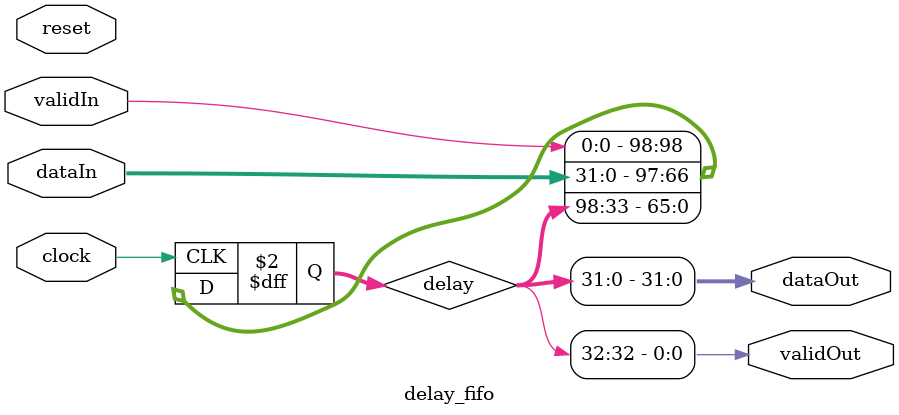
<source format=v>

module delay_fifo (
  clock, reset,
  validIn, dataIn,
  // outputs
  validOut, dataOut);

parameter DELAY = 3;	// 1 to 16
parameter WIDTH = 32;

input clock, reset;
input validIn;
input [WIDTH-1:0] dataIn;
output validOut;
output [WIDTH-1:0] dataOut;

reg [(WIDTH + 1) * DELAY - 1 : 0] delay;
   
always @(posedge clock) begin
   delay <= {validIn, dataIn, delay[(WIDTH + 1) * DELAY - 1 : WIDTH + 1]};
end
   
assign validOut = delay[WIDTH];
assign dataOut = delay[WIDTH - 1 : 0];

endmodule


</source>
